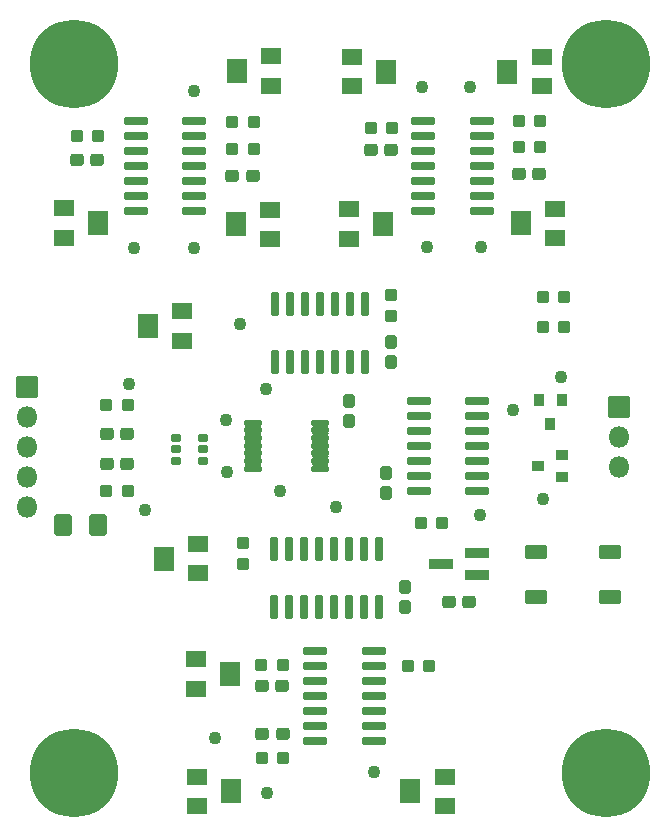
<source format=gts>
G04 #@! TF.GenerationSoftware,KiCad,Pcbnew,(6.0.2)*
G04 #@! TF.CreationDate,2022-02-21T10:35:24-06:00*
G04 #@! TF.ProjectId,20-ELC-2-01-R2(Appetizer),32302d45-4c43-42d3-922d-30312d523228,v1*
G04 #@! TF.SameCoordinates,Original*
G04 #@! TF.FileFunction,Soldermask,Top*
G04 #@! TF.FilePolarity,Negative*
%FSLAX46Y46*%
G04 Gerber Fmt 4.6, Leading zero omitted, Abs format (unit mm)*
G04 Created by KiCad (PCBNEW (6.0.2)) date 2022-02-21 10:35:24*
%MOMM*%
%LPD*%
G01*
G04 APERTURE LIST*
G04 Aperture macros list*
%AMRoundRect*
0 Rectangle with rounded corners*
0 $1 Rounding radius*
0 $2 $3 $4 $5 $6 $7 $8 $9 X,Y pos of 4 corners*
0 Add a 4 corners polygon primitive as box body*
4,1,4,$2,$3,$4,$5,$6,$7,$8,$9,$2,$3,0*
0 Add four circle primitives for the rounded corners*
1,1,$1+$1,$2,$3*
1,1,$1+$1,$4,$5*
1,1,$1+$1,$6,$7*
1,1,$1+$1,$8,$9*
0 Add four rect primitives between the rounded corners*
20,1,$1+$1,$2,$3,$4,$5,0*
20,1,$1+$1,$4,$5,$6,$7,0*
20,1,$1+$1,$6,$7,$8,$9,0*
20,1,$1+$1,$8,$9,$2,$3,0*%
G04 Aperture macros list end*
%ADD10C,1.102000*%
%ADD11RoundRect,0.288500X-0.237500X0.250000X-0.237500X-0.250000X0.237500X-0.250000X0.237500X0.250000X0*%
%ADD12RoundRect,0.051000X-0.800000X0.650000X-0.800000X-0.650000X0.800000X-0.650000X0.800000X0.650000X0*%
%ADD13RoundRect,0.051000X-0.800000X1.000000X-0.800000X-1.000000X0.800000X-1.000000X0.800000X1.000000X0*%
%ADD14RoundRect,0.288500X-0.250000X-0.237500X0.250000X-0.237500X0.250000X0.237500X-0.250000X0.237500X0*%
%ADD15RoundRect,0.051000X0.800000X-0.650000X0.800000X0.650000X-0.800000X0.650000X-0.800000X-0.650000X0*%
%ADD16RoundRect,0.051000X0.800000X-1.000000X0.800000X1.000000X-0.800000X1.000000X-0.800000X-1.000000X0*%
%ADD17RoundRect,0.288500X0.250000X0.237500X-0.250000X0.237500X-0.250000X-0.237500X0.250000X-0.237500X0*%
%ADD18RoundRect,0.301000X0.462500X0.625000X-0.462500X0.625000X-0.462500X-0.625000X0.462500X-0.625000X0*%
%ADD19RoundRect,0.288500X0.300000X0.237500X-0.300000X0.237500X-0.300000X-0.237500X0.300000X-0.237500X0*%
%ADD20RoundRect,0.051000X0.450000X0.400000X-0.450000X0.400000X-0.450000X-0.400000X0.450000X-0.400000X0*%
%ADD21RoundRect,0.288500X0.237500X-0.300000X0.237500X0.300000X-0.237500X0.300000X-0.237500X-0.300000X0*%
%ADD22C,4.202000*%
%ADD23C,7.502000*%
%ADD24RoundRect,0.051000X-0.400000X0.450000X-0.400000X-0.450000X0.400000X-0.450000X0.400000X0.450000X0*%
%ADD25RoundRect,0.288500X-0.300000X-0.237500X0.300000X-0.237500X0.300000X0.237500X-0.300000X0.237500X0*%
%ADD26RoundRect,0.051000X0.950000X0.400000X-0.950000X0.400000X-0.950000X-0.400000X0.950000X-0.400000X0*%
%ADD27RoundRect,0.201000X0.825000X0.150000X-0.825000X0.150000X-0.825000X-0.150000X0.825000X-0.150000X0*%
%ADD28RoundRect,0.201000X-0.825000X-0.150000X0.825000X-0.150000X0.825000X0.150000X-0.825000X0.150000X0*%
%ADD29RoundRect,0.201000X-0.150000X0.825000X-0.150000X-0.825000X0.150000X-0.825000X0.150000X0.825000X0*%
%ADD30RoundRect,0.051000X-0.850000X-0.850000X0.850000X-0.850000X0.850000X0.850000X-0.850000X0.850000X0*%
%ADD31O,1.802000X1.802000*%
%ADD32RoundRect,0.051000X0.850000X0.500000X-0.850000X0.500000X-0.850000X-0.500000X0.850000X-0.500000X0*%
%ADD33RoundRect,0.051000X-0.350000X0.250000X-0.350000X-0.250000X0.350000X-0.250000X0.350000X0.250000X0*%
%ADD34RoundRect,0.051000X0.350000X-0.250000X0.350000X0.250000X-0.350000X0.250000X-0.350000X-0.250000X0*%
%ADD35RoundRect,0.151000X-0.637500X-0.100000X0.637500X-0.100000X0.637500X0.100000X-0.637500X0.100000X0*%
G04 APERTURE END LIST*
D10*
X156225000Y-85475000D03*
X144435800Y-60900000D03*
X121000000Y-96750000D03*
X119600000Y-86050000D03*
X131325000Y-120700000D03*
X125158500Y-74549000D03*
X140350000Y-118900000D03*
X148525000Y-60900000D03*
X149453600Y-74472800D03*
X149375000Y-97200000D03*
X131250000Y-86500000D03*
X120078500Y-74549000D03*
X152175000Y-88250000D03*
X129000000Y-81000000D03*
X125125000Y-61275000D03*
X137175000Y-96475000D03*
X126873000Y-116078000D03*
D11*
X129300000Y-99512500D03*
X129300000Y-101337500D03*
D12*
X131561500Y-73830500D03*
D13*
X128661500Y-72580500D03*
D12*
X131561500Y-71330500D03*
D14*
X152605100Y-63855600D03*
X154430100Y-63855600D03*
D15*
X125296000Y-109367000D03*
D16*
X128196000Y-110617000D03*
D15*
X125296000Y-111867000D03*
D10*
X154700000Y-95800000D03*
D12*
X125475000Y-102125000D03*
D13*
X122575000Y-100875000D03*
D12*
X125475000Y-99625000D03*
X124132000Y-82403000D03*
D13*
X121232000Y-81153000D03*
D12*
X124132000Y-79903000D03*
D11*
X141795500Y-78526000D03*
X141795500Y-80351000D03*
D12*
X155729600Y-73741600D03*
D13*
X152829600Y-72491600D03*
D12*
X155729600Y-71241600D03*
D15*
X138504000Y-58389200D03*
D16*
X141404000Y-59639200D03*
D15*
X138504000Y-60889200D03*
D12*
X154561200Y-60889200D03*
D13*
X151661200Y-59639200D03*
D12*
X154561200Y-58389200D03*
D15*
X114120000Y-71203500D03*
D16*
X117020000Y-72453500D03*
D15*
X114120000Y-73703500D03*
D17*
X154430100Y-66040000D03*
X152605100Y-66040000D03*
X119530500Y-95186500D03*
X117705500Y-95186500D03*
X119530500Y-87884000D03*
X117705500Y-87884000D03*
X130198500Y-66192400D03*
X128373500Y-66192400D03*
X117041300Y-65087500D03*
X115216300Y-65087500D03*
D18*
X116987500Y-98000000D03*
X114012500Y-98000000D03*
D19*
X119480500Y-90360500D03*
X117755500Y-90360500D03*
D20*
X156295600Y-93964800D03*
X156295600Y-92064800D03*
X154295600Y-93014800D03*
D12*
X131650400Y-60838400D03*
D13*
X128750400Y-59588400D03*
D12*
X131650400Y-58338400D03*
D21*
X141351000Y-95350500D03*
X141351000Y-93625500D03*
D22*
X160000000Y-119000000D03*
D23*
X160000000Y-119000000D03*
D22*
X160000000Y-59000000D03*
D23*
X160000000Y-59000000D03*
X115000000Y-119000000D03*
D22*
X115000000Y-119000000D03*
D19*
X141832500Y-66294000D03*
X140107500Y-66294000D03*
X116940500Y-67157600D03*
X115215500Y-67157600D03*
D21*
X143002000Y-105002500D03*
X143002000Y-103277500D03*
D24*
X156245600Y-87442800D03*
X154345600Y-87442800D03*
X155295600Y-89442800D03*
D23*
X115000000Y-59000000D03*
D22*
X115000000Y-59000000D03*
D19*
X119480500Y-92837000D03*
X117755500Y-92837000D03*
D21*
X141795500Y-84238000D03*
X141795500Y-82513000D03*
D19*
X132587500Y-111650000D03*
X130862500Y-111650000D03*
D25*
X152604300Y-68326000D03*
X154329300Y-68326000D03*
D17*
X146137000Y-97853500D03*
X144312000Y-97853500D03*
D26*
X149074000Y-102296000D03*
X149074000Y-100396000D03*
X146074000Y-101346000D03*
D27*
X149096500Y-95123000D03*
X149096500Y-93853000D03*
X149096500Y-92583000D03*
X149096500Y-91313000D03*
X149096500Y-90043000D03*
X149096500Y-88773000D03*
X149096500Y-87503000D03*
X144146500Y-87503000D03*
X144146500Y-88773000D03*
X144146500Y-90043000D03*
X144146500Y-91313000D03*
X144146500Y-92583000D03*
X144146500Y-93853000D03*
X144146500Y-95123000D03*
D28*
X144540200Y-63804800D03*
X144540200Y-65074800D03*
X144540200Y-66344800D03*
X144540200Y-67614800D03*
X144540200Y-68884800D03*
X144540200Y-70154800D03*
X144540200Y-71424800D03*
X149490200Y-71424800D03*
X149490200Y-70154800D03*
X149490200Y-68884800D03*
X149490200Y-67614800D03*
X149490200Y-66344800D03*
X149490200Y-65074800D03*
X149490200Y-63804800D03*
D29*
X140779500Y-100014000D03*
X139509500Y-100014000D03*
X138239500Y-100014000D03*
X136969500Y-100014000D03*
X135699500Y-100014000D03*
X134429500Y-100014000D03*
X133159500Y-100014000D03*
X131889500Y-100014000D03*
X131889500Y-104964000D03*
X133159500Y-104964000D03*
X134429500Y-104964000D03*
X135699500Y-104964000D03*
X136969500Y-104964000D03*
X138239500Y-104964000D03*
X139509500Y-104964000D03*
X140779500Y-104964000D03*
D10*
X144830800Y-74472800D03*
D29*
X139573000Y-79313000D03*
X138303000Y-79313000D03*
X137033000Y-79313000D03*
X135763000Y-79313000D03*
X134493000Y-79313000D03*
X133223000Y-79313000D03*
X131953000Y-79313000D03*
X131953000Y-84263000D03*
X133223000Y-84263000D03*
X134493000Y-84263000D03*
X135763000Y-84263000D03*
X137033000Y-84263000D03*
X138303000Y-84263000D03*
X139573000Y-84263000D03*
D30*
X161086800Y-88036400D03*
D31*
X161086800Y-90576400D03*
X161086800Y-93116400D03*
D21*
X138239500Y-89254500D03*
X138239500Y-87529500D03*
D32*
X154076000Y-104135000D03*
X160376000Y-104135000D03*
X160376000Y-100335000D03*
X154076000Y-100335000D03*
D15*
X138250000Y-71292400D03*
D16*
X141150000Y-72542400D03*
D15*
X138250000Y-73792400D03*
D19*
X132625000Y-115760500D03*
X130900000Y-115760500D03*
D14*
X130837500Y-109900000D03*
X132662500Y-109900000D03*
D17*
X145057500Y-109982000D03*
X143232500Y-109982000D03*
D15*
X125359500Y-119336500D03*
D16*
X128259500Y-120586500D03*
D15*
X125359500Y-121836500D03*
D10*
X127900000Y-93550000D03*
X127850000Y-89150000D03*
D33*
X123571000Y-90678000D03*
X123571000Y-91567000D03*
D34*
X123571000Y-92583000D03*
D33*
X125887000Y-92583000D03*
X125884000Y-91567000D03*
X125884000Y-90678000D03*
D25*
X128360000Y-68516500D03*
X130085000Y-68516500D03*
D30*
X110947200Y-86360000D03*
D31*
X110947200Y-88900000D03*
X110947200Y-91440000D03*
X110947200Y-93980000D03*
X110947200Y-96520000D03*
D12*
X146357000Y-121836500D03*
D13*
X143457000Y-120586500D03*
D12*
X146357000Y-119336500D03*
D25*
X146711500Y-104521000D03*
X148436500Y-104521000D03*
D35*
X130106500Y-89363000D03*
X130106500Y-90013000D03*
X130106500Y-90663000D03*
X130106500Y-91313000D03*
X130106500Y-91963000D03*
X130106500Y-92613000D03*
X130106500Y-93263000D03*
X135831500Y-93263000D03*
X135831500Y-92613000D03*
X135831500Y-91963000D03*
X135831500Y-91313000D03*
X135831500Y-90663000D03*
X135831500Y-90013000D03*
X135831500Y-89363000D03*
D28*
X135383500Y-108712000D03*
X135383500Y-109982000D03*
X135383500Y-111252000D03*
X135383500Y-112522000D03*
X135383500Y-113792000D03*
X135383500Y-115062000D03*
X135383500Y-116332000D03*
X140333500Y-116332000D03*
X140333500Y-115062000D03*
X140333500Y-113792000D03*
X140333500Y-112522000D03*
X140333500Y-111252000D03*
X140333500Y-109982000D03*
X140333500Y-108712000D03*
D14*
X140108300Y-64414400D03*
X141933300Y-64414400D03*
D28*
X120207000Y-63817500D03*
X120207000Y-65087500D03*
X120207000Y-66357500D03*
X120207000Y-67627500D03*
X120207000Y-68897500D03*
X120207000Y-70167500D03*
X120207000Y-71437500D03*
X125157000Y-71437500D03*
X125157000Y-70167500D03*
X125157000Y-68897500D03*
X125157000Y-67627500D03*
X125157000Y-66357500D03*
X125157000Y-65087500D03*
X125157000Y-63817500D03*
D17*
X130198500Y-63944500D03*
X128373500Y-63944500D03*
D14*
X130850000Y-117729000D03*
X132675000Y-117729000D03*
X154662500Y-81280000D03*
X156487500Y-81280000D03*
D10*
X132400000Y-95175000D03*
D14*
X154662500Y-78740000D03*
X156487500Y-78740000D03*
G36*
X136546587Y-92840477D02*
G01*
X136546126Y-92841891D01*
X136506803Y-92888944D01*
X136498170Y-92957660D01*
X136528133Y-93020289D01*
X136536803Y-93027800D01*
X136537457Y-93029690D01*
X136536147Y-93031202D01*
X136534382Y-93030975D01*
X136526006Y-93025379D01*
X136468801Y-93014000D01*
X135194199Y-93014000D01*
X135136994Y-93025379D01*
X135119520Y-93037055D01*
X135117524Y-93037186D01*
X135116413Y-93035523D01*
X135116874Y-93034109D01*
X135156197Y-92987056D01*
X135164830Y-92918340D01*
X135134867Y-92855711D01*
X135126197Y-92848200D01*
X135125543Y-92846310D01*
X135126853Y-92844798D01*
X135128618Y-92845025D01*
X135136994Y-92850621D01*
X135194199Y-92862000D01*
X136468801Y-92862000D01*
X136526006Y-92850621D01*
X136543480Y-92838945D01*
X136545476Y-92838814D01*
X136546587Y-92840477D01*
G37*
G36*
X130821587Y-92840477D02*
G01*
X130821126Y-92841891D01*
X130781803Y-92888944D01*
X130773170Y-92957660D01*
X130803133Y-93020289D01*
X130811803Y-93027800D01*
X130812457Y-93029690D01*
X130811147Y-93031202D01*
X130809382Y-93030975D01*
X130801006Y-93025379D01*
X130743801Y-93014000D01*
X129469199Y-93014000D01*
X129411994Y-93025379D01*
X129394520Y-93037055D01*
X129392524Y-93037186D01*
X129391413Y-93035523D01*
X129391874Y-93034109D01*
X129431197Y-92987056D01*
X129439830Y-92918340D01*
X129409867Y-92855711D01*
X129401197Y-92848200D01*
X129400543Y-92846310D01*
X129401853Y-92844798D01*
X129403618Y-92845025D01*
X129411994Y-92850621D01*
X129469199Y-92862000D01*
X130743801Y-92862000D01*
X130801006Y-92850621D01*
X130818480Y-92838945D01*
X130820476Y-92838814D01*
X130821587Y-92840477D01*
G37*
G36*
X136546587Y-92190477D02*
G01*
X136546126Y-92191891D01*
X136506803Y-92238944D01*
X136498170Y-92307660D01*
X136528133Y-92370289D01*
X136536803Y-92377800D01*
X136537457Y-92379690D01*
X136536147Y-92381202D01*
X136534382Y-92380975D01*
X136526006Y-92375379D01*
X136468801Y-92364000D01*
X135194199Y-92364000D01*
X135136994Y-92375379D01*
X135119520Y-92387055D01*
X135117524Y-92387186D01*
X135116413Y-92385523D01*
X135116874Y-92384109D01*
X135156197Y-92337056D01*
X135164830Y-92268340D01*
X135134867Y-92205711D01*
X135126197Y-92198200D01*
X135125543Y-92196310D01*
X135126853Y-92194798D01*
X135128618Y-92195025D01*
X135136994Y-92200621D01*
X135194199Y-92212000D01*
X136468801Y-92212000D01*
X136526006Y-92200621D01*
X136543480Y-92188945D01*
X136545476Y-92188814D01*
X136546587Y-92190477D01*
G37*
G36*
X130821587Y-92190477D02*
G01*
X130821126Y-92191891D01*
X130781803Y-92238944D01*
X130773170Y-92307660D01*
X130803133Y-92370289D01*
X130811803Y-92377800D01*
X130812457Y-92379690D01*
X130811147Y-92381202D01*
X130809382Y-92380975D01*
X130801006Y-92375379D01*
X130743801Y-92364000D01*
X129469199Y-92364000D01*
X129411994Y-92375379D01*
X129394520Y-92387055D01*
X129392524Y-92387186D01*
X129391413Y-92385523D01*
X129391874Y-92384109D01*
X129431197Y-92337056D01*
X129439830Y-92268340D01*
X129409867Y-92205711D01*
X129401197Y-92198200D01*
X129400543Y-92196310D01*
X129401853Y-92194798D01*
X129403618Y-92195025D01*
X129411994Y-92200621D01*
X129469199Y-92212000D01*
X130743801Y-92212000D01*
X130801006Y-92200621D01*
X130818480Y-92188945D01*
X130820476Y-92188814D01*
X130821587Y-92190477D01*
G37*
G36*
X136546587Y-91540477D02*
G01*
X136546126Y-91541891D01*
X136506803Y-91588944D01*
X136498170Y-91657660D01*
X136528133Y-91720289D01*
X136536803Y-91727800D01*
X136537457Y-91729690D01*
X136536147Y-91731202D01*
X136534382Y-91730975D01*
X136526006Y-91725379D01*
X136468801Y-91714000D01*
X135194199Y-91714000D01*
X135136994Y-91725379D01*
X135119520Y-91737055D01*
X135117524Y-91737186D01*
X135116413Y-91735523D01*
X135116874Y-91734109D01*
X135156197Y-91687056D01*
X135164830Y-91618340D01*
X135134867Y-91555711D01*
X135126197Y-91548200D01*
X135125543Y-91546310D01*
X135126853Y-91544798D01*
X135128618Y-91545025D01*
X135136994Y-91550621D01*
X135194199Y-91562000D01*
X136468801Y-91562000D01*
X136526006Y-91550621D01*
X136543480Y-91538945D01*
X136545476Y-91538814D01*
X136546587Y-91540477D01*
G37*
G36*
X130821587Y-91540477D02*
G01*
X130821126Y-91541891D01*
X130781803Y-91588944D01*
X130773170Y-91657660D01*
X130803133Y-91720289D01*
X130811803Y-91727800D01*
X130812457Y-91729690D01*
X130811147Y-91731202D01*
X130809382Y-91730975D01*
X130801006Y-91725379D01*
X130743801Y-91714000D01*
X129469199Y-91714000D01*
X129411994Y-91725379D01*
X129394520Y-91737055D01*
X129392524Y-91737186D01*
X129391413Y-91735523D01*
X129391874Y-91734109D01*
X129431197Y-91687056D01*
X129439830Y-91618340D01*
X129409867Y-91555711D01*
X129401197Y-91548200D01*
X129400543Y-91546310D01*
X129401853Y-91544798D01*
X129403618Y-91545025D01*
X129411994Y-91550621D01*
X129469199Y-91562000D01*
X130743801Y-91562000D01*
X130801006Y-91550621D01*
X130818480Y-91538945D01*
X130820476Y-91538814D01*
X130821587Y-91540477D01*
G37*
G36*
X136546587Y-90890477D02*
G01*
X136546126Y-90891891D01*
X136506803Y-90938944D01*
X136498170Y-91007660D01*
X136528133Y-91070289D01*
X136536803Y-91077800D01*
X136537457Y-91079690D01*
X136536147Y-91081202D01*
X136534382Y-91080975D01*
X136526006Y-91075379D01*
X136468801Y-91064000D01*
X135194199Y-91064000D01*
X135136994Y-91075379D01*
X135119520Y-91087055D01*
X135117524Y-91087186D01*
X135116413Y-91085523D01*
X135116874Y-91084109D01*
X135156197Y-91037056D01*
X135164830Y-90968340D01*
X135134867Y-90905711D01*
X135126197Y-90898200D01*
X135125543Y-90896310D01*
X135126853Y-90894798D01*
X135128618Y-90895025D01*
X135136994Y-90900621D01*
X135194199Y-90912000D01*
X136468801Y-90912000D01*
X136526006Y-90900621D01*
X136543480Y-90888945D01*
X136545476Y-90888814D01*
X136546587Y-90890477D01*
G37*
G36*
X130821587Y-90890477D02*
G01*
X130821126Y-90891891D01*
X130781803Y-90938944D01*
X130773170Y-91007660D01*
X130803133Y-91070289D01*
X130811803Y-91077800D01*
X130812457Y-91079690D01*
X130811147Y-91081202D01*
X130809382Y-91080975D01*
X130801006Y-91075379D01*
X130743801Y-91064000D01*
X129469199Y-91064000D01*
X129411994Y-91075379D01*
X129394520Y-91087055D01*
X129392524Y-91087186D01*
X129391413Y-91085523D01*
X129391874Y-91084109D01*
X129431197Y-91037056D01*
X129439830Y-90968340D01*
X129409867Y-90905711D01*
X129401197Y-90898200D01*
X129400543Y-90896310D01*
X129401853Y-90894798D01*
X129403618Y-90895025D01*
X129411994Y-90900621D01*
X129469199Y-90912000D01*
X130743801Y-90912000D01*
X130801006Y-90900621D01*
X130818480Y-90888945D01*
X130820476Y-90888814D01*
X130821587Y-90890477D01*
G37*
G36*
X136546587Y-90240477D02*
G01*
X136546126Y-90241891D01*
X136506803Y-90288944D01*
X136498170Y-90357660D01*
X136528133Y-90420289D01*
X136536803Y-90427800D01*
X136537457Y-90429690D01*
X136536147Y-90431202D01*
X136534382Y-90430975D01*
X136526006Y-90425379D01*
X136468801Y-90414000D01*
X135194199Y-90414000D01*
X135136994Y-90425379D01*
X135119520Y-90437055D01*
X135117524Y-90437186D01*
X135116413Y-90435523D01*
X135116874Y-90434109D01*
X135156197Y-90387056D01*
X135164830Y-90318340D01*
X135134867Y-90255711D01*
X135126197Y-90248200D01*
X135125543Y-90246310D01*
X135126853Y-90244798D01*
X135128618Y-90245025D01*
X135136994Y-90250621D01*
X135194199Y-90262000D01*
X136468801Y-90262000D01*
X136526006Y-90250621D01*
X136543480Y-90238945D01*
X136545476Y-90238814D01*
X136546587Y-90240477D01*
G37*
G36*
X130821587Y-90240477D02*
G01*
X130821126Y-90241891D01*
X130781803Y-90288944D01*
X130773170Y-90357660D01*
X130803133Y-90420289D01*
X130811803Y-90427800D01*
X130812457Y-90429690D01*
X130811147Y-90431202D01*
X130809382Y-90430975D01*
X130801006Y-90425379D01*
X130743801Y-90414000D01*
X129469199Y-90414000D01*
X129411994Y-90425379D01*
X129394520Y-90437055D01*
X129392524Y-90437186D01*
X129391413Y-90435523D01*
X129391874Y-90434109D01*
X129431197Y-90387056D01*
X129439830Y-90318340D01*
X129409867Y-90255711D01*
X129401197Y-90248200D01*
X129400543Y-90246310D01*
X129401853Y-90244798D01*
X129403618Y-90245025D01*
X129411994Y-90250621D01*
X129469199Y-90262000D01*
X130743801Y-90262000D01*
X130801006Y-90250621D01*
X130818480Y-90238945D01*
X130820476Y-90238814D01*
X130821587Y-90240477D01*
G37*
G36*
X136546587Y-89590477D02*
G01*
X136546126Y-89591891D01*
X136506803Y-89638944D01*
X136498170Y-89707660D01*
X136528133Y-89770289D01*
X136536803Y-89777800D01*
X136537457Y-89779690D01*
X136536147Y-89781202D01*
X136534382Y-89780975D01*
X136526006Y-89775379D01*
X136468801Y-89764000D01*
X135194199Y-89764000D01*
X135136994Y-89775379D01*
X135119520Y-89787055D01*
X135117524Y-89787186D01*
X135116413Y-89785523D01*
X135116874Y-89784109D01*
X135156197Y-89737056D01*
X135164830Y-89668340D01*
X135134867Y-89605711D01*
X135126197Y-89598200D01*
X135125543Y-89596310D01*
X135126853Y-89594798D01*
X135128618Y-89595025D01*
X135136994Y-89600621D01*
X135194199Y-89612000D01*
X136468801Y-89612000D01*
X136526006Y-89600621D01*
X136543480Y-89588945D01*
X136545476Y-89588814D01*
X136546587Y-89590477D01*
G37*
G36*
X130821587Y-89590477D02*
G01*
X130821126Y-89591891D01*
X130781803Y-89638944D01*
X130773170Y-89707660D01*
X130803133Y-89770289D01*
X130811803Y-89777800D01*
X130812457Y-89779690D01*
X130811147Y-89781202D01*
X130809382Y-89780975D01*
X130801006Y-89775379D01*
X130743801Y-89764000D01*
X129469199Y-89764000D01*
X129411994Y-89775379D01*
X129394520Y-89787055D01*
X129392524Y-89787186D01*
X129391413Y-89785523D01*
X129391874Y-89784109D01*
X129431197Y-89737056D01*
X129439830Y-89668340D01*
X129409867Y-89605711D01*
X129401197Y-89598200D01*
X129400543Y-89596310D01*
X129401853Y-89594798D01*
X129403618Y-89595025D01*
X129411994Y-89600621D01*
X129469199Y-89612000D01*
X130743801Y-89612000D01*
X130801006Y-89600621D01*
X130818480Y-89588945D01*
X130820476Y-89588814D01*
X130821587Y-89590477D01*
G37*
M02*

</source>
